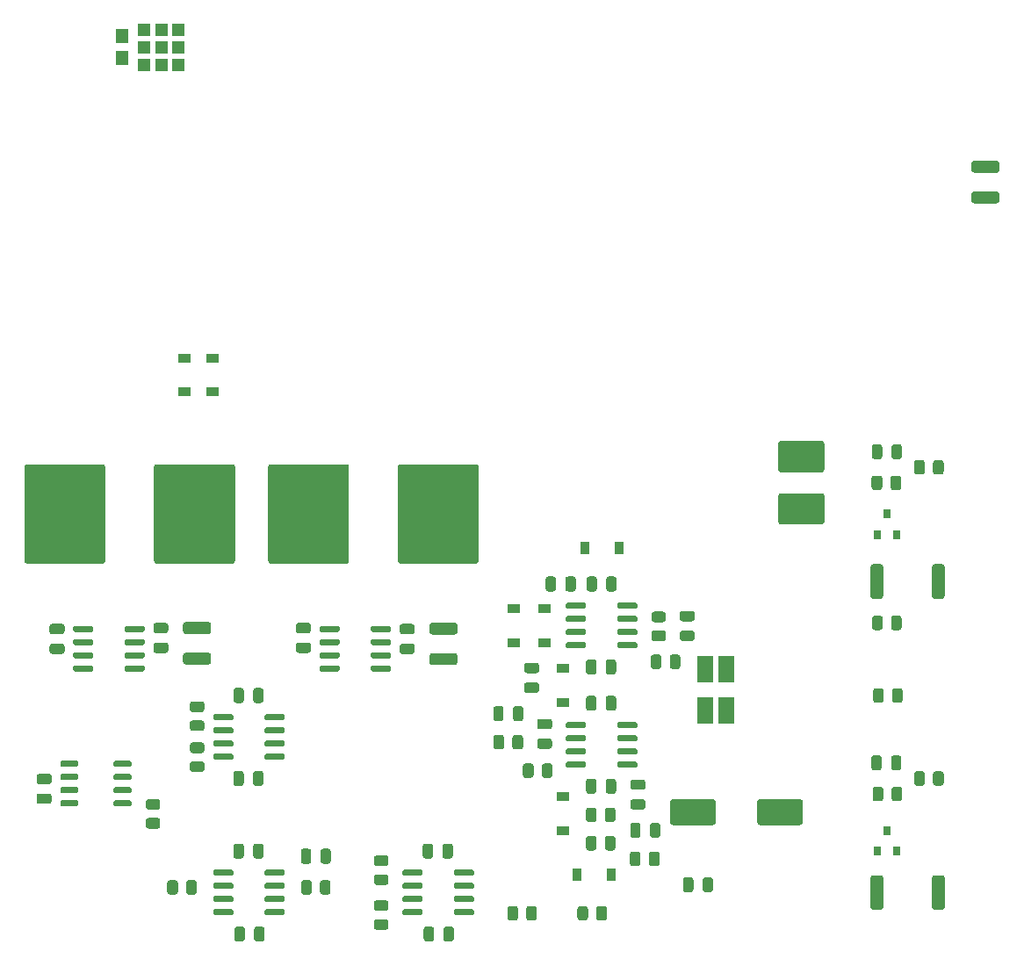
<source format=gbr>
%TF.GenerationSoftware,KiCad,Pcbnew,(5.1.10-1-10_14)*%
%TF.CreationDate,2021-12-23T00:47:36+01:00*%
%TF.ProjectId,NordstroemSupply,4e6f7264-7374-4726-9f65-6d537570706c,rev?*%
%TF.SameCoordinates,Original*%
%TF.FileFunction,Paste,Top*%
%TF.FilePolarity,Positive*%
%FSLAX46Y46*%
G04 Gerber Fmt 4.6, Leading zero omitted, Abs format (unit mm)*
G04 Created by KiCad (PCBNEW (5.1.10-1-10_14)) date 2021-12-23 00:47:36*
%MOMM*%
%LPD*%
G01*
G04 APERTURE LIST*
%ADD10R,1.270000X1.400000*%
%ADD11R,1.200000X1.250000*%
%ADD12R,1.200000X0.900000*%
%ADD13R,0.900000X1.200000*%
%ADD14R,0.800000X0.900000*%
%ADD15R,1.550000X2.550000*%
G04 APERTURE END LIST*
%TO.C,C12*%
G36*
G01*
X3850000Y43949997D02*
X3850000Y53050003D01*
G75*
G02*
X4099997Y53300000I249997J0D01*
G01*
X11400003Y53300000D01*
G75*
G02*
X11650000Y53050003I0J-249997D01*
G01*
X11650000Y43949997D01*
G75*
G02*
X11400003Y43700000I-249997J0D01*
G01*
X4099997Y43700000D01*
G75*
G02*
X3850000Y43949997I0J249997D01*
G01*
G37*
G36*
G01*
X16350000Y43949997D02*
X16350000Y53050003D01*
G75*
G02*
X16599997Y53300000I249997J0D01*
G01*
X23900003Y53300000D01*
G75*
G02*
X24150000Y53050003I0J-249997D01*
G01*
X24150000Y43949997D01*
G75*
G02*
X23900003Y43700000I-249997J0D01*
G01*
X16599997Y43700000D01*
G75*
G02*
X16350000Y43949997I0J249997D01*
G01*
G37*
%TD*%
%TO.C,C23*%
G36*
G01*
X70500000Y20750000D02*
X70500000Y18750000D01*
G75*
G02*
X70250000Y18500000I-250000J0D01*
G01*
X66350000Y18500000D01*
G75*
G02*
X66100000Y18750000I0J250000D01*
G01*
X66100000Y20750000D01*
G75*
G02*
X66350000Y21000000I250000J0D01*
G01*
X70250000Y21000000D01*
G75*
G02*
X70500000Y20750000I0J-250000D01*
G01*
G37*
G36*
G01*
X78900000Y20750000D02*
X78900000Y18750000D01*
G75*
G02*
X78650000Y18500000I-250000J0D01*
G01*
X74750000Y18500000D01*
G75*
G02*
X74500000Y18750000I0J250000D01*
G01*
X74500000Y20750000D01*
G75*
G02*
X74750000Y21000000I250000J0D01*
G01*
X78650000Y21000000D01*
G75*
G02*
X78900000Y20750000I0J-250000D01*
G01*
G37*
%TD*%
%TO.C,C3*%
G36*
G01*
X97600001Y78450000D02*
X95399999Y78450000D01*
G75*
G02*
X95150000Y78699999I0J249999D01*
G01*
X95150000Y79350001D01*
G75*
G02*
X95399999Y79600000I249999J0D01*
G01*
X97600001Y79600000D01*
G75*
G02*
X97850000Y79350001I0J-249999D01*
G01*
X97850000Y78699999D01*
G75*
G02*
X97600001Y78450000I-249999J0D01*
G01*
G37*
G36*
G01*
X97600001Y81400000D02*
X95399999Y81400000D01*
G75*
G02*
X95150000Y81649999I0J249999D01*
G01*
X95150000Y82300001D01*
G75*
G02*
X95399999Y82550000I249999J0D01*
G01*
X97600001Y82550000D01*
G75*
G02*
X97850000Y82300001I0J-249999D01*
G01*
X97850000Y81649999D01*
G75*
G02*
X97600001Y81400000I-249999J0D01*
G01*
G37*
%TD*%
%TO.C,C4*%
G36*
G01*
X39850000Y43949997D02*
X39850000Y53050003D01*
G75*
G02*
X40099997Y53300000I249997J0D01*
G01*
X47400003Y53300000D01*
G75*
G02*
X47650000Y53050003I0J-249997D01*
G01*
X47650000Y43949997D01*
G75*
G02*
X47400003Y43700000I-249997J0D01*
G01*
X40099997Y43700000D01*
G75*
G02*
X39850000Y43949997I0J249997D01*
G01*
G37*
G36*
G01*
X27350000Y43949997D02*
X27350000Y53050003D01*
G75*
G02*
X27599997Y53300000I249997J0D01*
G01*
X34900003Y53300000D01*
G75*
G02*
X35150000Y53050003I0J-249997D01*
G01*
X35150000Y43949997D01*
G75*
G02*
X34900003Y43700000I-249997J0D01*
G01*
X27599997Y43700000D01*
G75*
G02*
X27350000Y43949997I0J249997D01*
G01*
G37*
%TD*%
%TO.C,C5*%
G36*
G01*
X43149999Y38025000D02*
X45350001Y38025000D01*
G75*
G02*
X45600000Y37775001I0J-249999D01*
G01*
X45600000Y37124999D01*
G75*
G02*
X45350001Y36875000I-249999J0D01*
G01*
X43149999Y36875000D01*
G75*
G02*
X42900000Y37124999I0J249999D01*
G01*
X42900000Y37775001D01*
G75*
G02*
X43149999Y38025000I249999J0D01*
G01*
G37*
G36*
G01*
X43149999Y35075000D02*
X45350001Y35075000D01*
G75*
G02*
X45600000Y34825001I0J-249999D01*
G01*
X45600000Y34174999D01*
G75*
G02*
X45350001Y33925000I-249999J0D01*
G01*
X43149999Y33925000D01*
G75*
G02*
X42900000Y34174999I0J249999D01*
G01*
X42900000Y34825001D01*
G75*
G02*
X43149999Y35075000I249999J0D01*
G01*
G37*
%TD*%
%TO.C,C6*%
G36*
G01*
X40275000Y36000000D02*
X41225000Y36000000D01*
G75*
G02*
X41475000Y35750000I0J-250000D01*
G01*
X41475000Y35250000D01*
G75*
G02*
X41225000Y35000000I-250000J0D01*
G01*
X40275000Y35000000D01*
G75*
G02*
X40025000Y35250000I0J250000D01*
G01*
X40025000Y35750000D01*
G75*
G02*
X40275000Y36000000I250000J0D01*
G01*
G37*
G36*
G01*
X40275000Y37900000D02*
X41225000Y37900000D01*
G75*
G02*
X41475000Y37650000I0J-250000D01*
G01*
X41475000Y37150000D01*
G75*
G02*
X41225000Y36900000I-250000J0D01*
G01*
X40275000Y36900000D01*
G75*
G02*
X40025000Y37150000I0J250000D01*
G01*
X40025000Y37650000D01*
G75*
G02*
X40275000Y37900000I250000J0D01*
G01*
G37*
%TD*%
%TO.C,C7*%
G36*
G01*
X30275000Y38000000D02*
X31225000Y38000000D01*
G75*
G02*
X31475000Y37750000I0J-250000D01*
G01*
X31475000Y37250000D01*
G75*
G02*
X31225000Y37000000I-250000J0D01*
G01*
X30275000Y37000000D01*
G75*
G02*
X30025000Y37250000I0J250000D01*
G01*
X30025000Y37750000D01*
G75*
G02*
X30275000Y38000000I250000J0D01*
G01*
G37*
G36*
G01*
X30275000Y36100000D02*
X31225000Y36100000D01*
G75*
G02*
X31475000Y35850000I0J-250000D01*
G01*
X31475000Y35350000D01*
G75*
G02*
X31225000Y35100000I-250000J0D01*
G01*
X30275000Y35100000D01*
G75*
G02*
X30025000Y35350000I0J250000D01*
G01*
X30025000Y35850000D01*
G75*
G02*
X30275000Y36100000I250000J0D01*
G01*
G37*
%TD*%
%TO.C,C8*%
G36*
G01*
X26900000Y31475000D02*
X26900000Y30525000D01*
G75*
G02*
X26650000Y30275000I-250000J0D01*
G01*
X26150000Y30275000D01*
G75*
G02*
X25900000Y30525000I0J250000D01*
G01*
X25900000Y31475000D01*
G75*
G02*
X26150000Y31725000I250000J0D01*
G01*
X26650000Y31725000D01*
G75*
G02*
X26900000Y31475000I0J-250000D01*
G01*
G37*
G36*
G01*
X25000000Y31475000D02*
X25000000Y30525000D01*
G75*
G02*
X24750000Y30275000I-250000J0D01*
G01*
X24250000Y30275000D01*
G75*
G02*
X24000000Y30525000I0J250000D01*
G01*
X24000000Y31475000D01*
G75*
G02*
X24250000Y31725000I250000J0D01*
G01*
X24750000Y31725000D01*
G75*
G02*
X25000000Y31475000I0J-250000D01*
G01*
G37*
%TD*%
%TO.C,C9*%
G36*
G01*
X26900000Y16475000D02*
X26900000Y15525000D01*
G75*
G02*
X26650000Y15275000I-250000J0D01*
G01*
X26150000Y15275000D01*
G75*
G02*
X25900000Y15525000I0J250000D01*
G01*
X25900000Y16475000D01*
G75*
G02*
X26150000Y16725000I250000J0D01*
G01*
X26650000Y16725000D01*
G75*
G02*
X26900000Y16475000I0J-250000D01*
G01*
G37*
G36*
G01*
X25000000Y16475000D02*
X25000000Y15525000D01*
G75*
G02*
X24750000Y15275000I-250000J0D01*
G01*
X24250000Y15275000D01*
G75*
G02*
X24000000Y15525000I0J250000D01*
G01*
X24000000Y16475000D01*
G75*
G02*
X24250000Y16725000I250000J0D01*
G01*
X24750000Y16725000D01*
G75*
G02*
X25000000Y16475000I0J-250000D01*
G01*
G37*
%TD*%
%TO.C,C10*%
G36*
G01*
X60950000Y42225000D02*
X60950000Y41275000D01*
G75*
G02*
X60700000Y41025000I-250000J0D01*
G01*
X60200000Y41025000D01*
G75*
G02*
X59950000Y41275000I0J250000D01*
G01*
X59950000Y42225000D01*
G75*
G02*
X60200000Y42475000I250000J0D01*
G01*
X60700000Y42475000D01*
G75*
G02*
X60950000Y42225000I0J-250000D01*
G01*
G37*
G36*
G01*
X59050000Y42225000D02*
X59050000Y41275000D01*
G75*
G02*
X58800000Y41025000I-250000J0D01*
G01*
X58300000Y41025000D01*
G75*
G02*
X58050000Y41275000I0J250000D01*
G01*
X58050000Y42225000D01*
G75*
G02*
X58300000Y42475000I250000J0D01*
G01*
X58800000Y42475000D01*
G75*
G02*
X59050000Y42225000I0J-250000D01*
G01*
G37*
%TD*%
%TO.C,C11*%
G36*
G01*
X60900000Y30725000D02*
X60900000Y29775000D01*
G75*
G02*
X60650000Y29525000I-250000J0D01*
G01*
X60150000Y29525000D01*
G75*
G02*
X59900000Y29775000I0J250000D01*
G01*
X59900000Y30725000D01*
G75*
G02*
X60150000Y30975000I250000J0D01*
G01*
X60650000Y30975000D01*
G75*
G02*
X60900000Y30725000I0J-250000D01*
G01*
G37*
G36*
G01*
X59000000Y30725000D02*
X59000000Y29775000D01*
G75*
G02*
X58750000Y29525000I-250000J0D01*
G01*
X58250000Y29525000D01*
G75*
G02*
X58000000Y29775000I0J250000D01*
G01*
X58000000Y30725000D01*
G75*
G02*
X58250000Y30975000I250000J0D01*
G01*
X58750000Y30975000D01*
G75*
G02*
X59000000Y30725000I0J-250000D01*
G01*
G37*
%TD*%
%TO.C,C13*%
G36*
G01*
X21600001Y36925000D02*
X19399999Y36925000D01*
G75*
G02*
X19150000Y37174999I0J249999D01*
G01*
X19150000Y37825001D01*
G75*
G02*
X19399999Y38075000I249999J0D01*
G01*
X21600001Y38075000D01*
G75*
G02*
X21850000Y37825001I0J-249999D01*
G01*
X21850000Y37174999D01*
G75*
G02*
X21600001Y36925000I-249999J0D01*
G01*
G37*
G36*
G01*
X21600001Y33975000D02*
X19399999Y33975000D01*
G75*
G02*
X19150000Y34224999I0J249999D01*
G01*
X19150000Y34875001D01*
G75*
G02*
X19399999Y35125000I249999J0D01*
G01*
X21600001Y35125000D01*
G75*
G02*
X21850000Y34875001I0J-249999D01*
G01*
X21850000Y34224999D01*
G75*
G02*
X21600001Y33975000I-249999J0D01*
G01*
G37*
%TD*%
%TO.C,C14*%
G36*
G01*
X17475000Y35100000D02*
X16525000Y35100000D01*
G75*
G02*
X16275000Y35350000I0J250000D01*
G01*
X16275000Y35850000D01*
G75*
G02*
X16525000Y36100000I250000J0D01*
G01*
X17475000Y36100000D01*
G75*
G02*
X17725000Y35850000I0J-250000D01*
G01*
X17725000Y35350000D01*
G75*
G02*
X17475000Y35100000I-250000J0D01*
G01*
G37*
G36*
G01*
X17475000Y37000000D02*
X16525000Y37000000D01*
G75*
G02*
X16275000Y37250000I0J250000D01*
G01*
X16275000Y37750000D01*
G75*
G02*
X16525000Y38000000I250000J0D01*
G01*
X17475000Y38000000D01*
G75*
G02*
X17725000Y37750000I0J-250000D01*
G01*
X17725000Y37250000D01*
G75*
G02*
X17475000Y37000000I-250000J0D01*
G01*
G37*
%TD*%
%TO.C,C15*%
G36*
G01*
X7475000Y36900000D02*
X6525000Y36900000D01*
G75*
G02*
X6275000Y37150000I0J250000D01*
G01*
X6275000Y37650000D01*
G75*
G02*
X6525000Y37900000I250000J0D01*
G01*
X7475000Y37900000D01*
G75*
G02*
X7725000Y37650000I0J-250000D01*
G01*
X7725000Y37150000D01*
G75*
G02*
X7475000Y36900000I-250000J0D01*
G01*
G37*
G36*
G01*
X7475000Y35000000D02*
X6525000Y35000000D01*
G75*
G02*
X6275000Y35250000I0J250000D01*
G01*
X6275000Y35750000D01*
G75*
G02*
X6525000Y36000000I250000J0D01*
G01*
X7475000Y36000000D01*
G75*
G02*
X7725000Y35750000I0J-250000D01*
G01*
X7725000Y35250000D01*
G75*
G02*
X7475000Y35000000I-250000J0D01*
G01*
G37*
%TD*%
%TO.C,C16*%
G36*
G01*
X25000000Y23475000D02*
X25000000Y22525000D01*
G75*
G02*
X24750000Y22275000I-250000J0D01*
G01*
X24250000Y22275000D01*
G75*
G02*
X24000000Y22525000I0J250000D01*
G01*
X24000000Y23475000D01*
G75*
G02*
X24250000Y23725000I250000J0D01*
G01*
X24750000Y23725000D01*
G75*
G02*
X25000000Y23475000I0J-250000D01*
G01*
G37*
G36*
G01*
X26900000Y23475000D02*
X26900000Y22525000D01*
G75*
G02*
X26650000Y22275000I-250000J0D01*
G01*
X26150000Y22275000D01*
G75*
G02*
X25900000Y22525000I0J250000D01*
G01*
X25900000Y23475000D01*
G75*
G02*
X26150000Y23725000I250000J0D01*
G01*
X26650000Y23725000D01*
G75*
G02*
X26900000Y23475000I0J-250000D01*
G01*
G37*
%TD*%
%TO.C,C17*%
G36*
G01*
X25100000Y8475000D02*
X25100000Y7525000D01*
G75*
G02*
X24850000Y7275000I-250000J0D01*
G01*
X24350000Y7275000D01*
G75*
G02*
X24100000Y7525000I0J250000D01*
G01*
X24100000Y8475000D01*
G75*
G02*
X24350000Y8725000I250000J0D01*
G01*
X24850000Y8725000D01*
G75*
G02*
X25100000Y8475000I0J-250000D01*
G01*
G37*
G36*
G01*
X27000000Y8475000D02*
X27000000Y7525000D01*
G75*
G02*
X26750000Y7275000I-250000J0D01*
G01*
X26250000Y7275000D01*
G75*
G02*
X26000000Y7525000I0J250000D01*
G01*
X26000000Y8475000D01*
G75*
G02*
X26250000Y8725000I250000J0D01*
G01*
X26750000Y8725000D01*
G75*
G02*
X27000000Y8475000I0J-250000D01*
G01*
G37*
%TD*%
%TO.C,C18*%
G36*
G01*
X59000000Y34225000D02*
X59000000Y33275000D01*
G75*
G02*
X58750000Y33025000I-250000J0D01*
G01*
X58250000Y33025000D01*
G75*
G02*
X58000000Y33275000I0J250000D01*
G01*
X58000000Y34225000D01*
G75*
G02*
X58250000Y34475000I250000J0D01*
G01*
X58750000Y34475000D01*
G75*
G02*
X59000000Y34225000I0J-250000D01*
G01*
G37*
G36*
G01*
X60900000Y34225000D02*
X60900000Y33275000D01*
G75*
G02*
X60650000Y33025000I-250000J0D01*
G01*
X60150000Y33025000D01*
G75*
G02*
X59900000Y33275000I0J250000D01*
G01*
X59900000Y34225000D01*
G75*
G02*
X60150000Y34475000I250000J0D01*
G01*
X60650000Y34475000D01*
G75*
G02*
X60900000Y34225000I0J-250000D01*
G01*
G37*
%TD*%
%TO.C,C19*%
G36*
G01*
X59000000Y22725000D02*
X59000000Y21775000D01*
G75*
G02*
X58750000Y21525000I-250000J0D01*
G01*
X58250000Y21525000D01*
G75*
G02*
X58000000Y21775000I0J250000D01*
G01*
X58000000Y22725000D01*
G75*
G02*
X58250000Y22975000I250000J0D01*
G01*
X58750000Y22975000D01*
G75*
G02*
X59000000Y22725000I0J-250000D01*
G01*
G37*
G36*
G01*
X60900000Y22725000D02*
X60900000Y21775000D01*
G75*
G02*
X60650000Y21525000I-250000J0D01*
G01*
X60150000Y21525000D01*
G75*
G02*
X59900000Y21775000I0J250000D01*
G01*
X59900000Y22725000D01*
G75*
G02*
X60150000Y22975000I250000J0D01*
G01*
X60650000Y22975000D01*
G75*
G02*
X60900000Y22725000I0J-250000D01*
G01*
G37*
%TD*%
%TO.C,C20*%
G36*
G01*
X68225000Y38150000D02*
X67275000Y38150000D01*
G75*
G02*
X67025000Y38400000I0J250000D01*
G01*
X67025000Y38900000D01*
G75*
G02*
X67275000Y39150000I250000J0D01*
G01*
X68225000Y39150000D01*
G75*
G02*
X68475000Y38900000I0J-250000D01*
G01*
X68475000Y38400000D01*
G75*
G02*
X68225000Y38150000I-250000J0D01*
G01*
G37*
G36*
G01*
X68225000Y36250000D02*
X67275000Y36250000D01*
G75*
G02*
X67025000Y36500000I0J250000D01*
G01*
X67025000Y37000000D01*
G75*
G02*
X67275000Y37250000I250000J0D01*
G01*
X68225000Y37250000D01*
G75*
G02*
X68475000Y37000000I0J-250000D01*
G01*
X68475000Y36500000D01*
G75*
G02*
X68225000Y36250000I-250000J0D01*
G01*
G37*
%TD*%
%TO.C,C21*%
G36*
G01*
X88450000Y54975000D02*
X88450000Y54025000D01*
G75*
G02*
X88200000Y53775000I-250000J0D01*
G01*
X87700000Y53775000D01*
G75*
G02*
X87450000Y54025000I0J250000D01*
G01*
X87450000Y54975000D01*
G75*
G02*
X87700000Y55225000I250000J0D01*
G01*
X88200000Y55225000D01*
G75*
G02*
X88450000Y54975000I0J-250000D01*
G01*
G37*
G36*
G01*
X86550000Y54975000D02*
X86550000Y54025000D01*
G75*
G02*
X86300000Y53775000I-250000J0D01*
G01*
X85800000Y53775000D01*
G75*
G02*
X85550000Y54025000I0J250000D01*
G01*
X85550000Y54975000D01*
G75*
G02*
X85800000Y55225000I250000J0D01*
G01*
X86300000Y55225000D01*
G75*
G02*
X86550000Y54975000I0J-250000D01*
G01*
G37*
%TD*%
%TO.C,C22*%
G36*
G01*
X54100000Y41275000D02*
X54100000Y42225000D01*
G75*
G02*
X54350000Y42475000I250000J0D01*
G01*
X54850000Y42475000D01*
G75*
G02*
X55100000Y42225000I0J-250000D01*
G01*
X55100000Y41275000D01*
G75*
G02*
X54850000Y41025000I-250000J0D01*
G01*
X54350000Y41025000D01*
G75*
G02*
X54100000Y41275000I0J250000D01*
G01*
G37*
G36*
G01*
X56000000Y41275000D02*
X56000000Y42225000D01*
G75*
G02*
X56250000Y42475000I250000J0D01*
G01*
X56750000Y42475000D01*
G75*
G02*
X57000000Y42225000I0J-250000D01*
G01*
X57000000Y41275000D01*
G75*
G02*
X56750000Y41025000I-250000J0D01*
G01*
X56250000Y41025000D01*
G75*
G02*
X56000000Y41275000I0J250000D01*
G01*
G37*
%TD*%
%TO.C,C24*%
G36*
G01*
X70250000Y13225000D02*
X70250000Y12275000D01*
G75*
G02*
X70000000Y12025000I-250000J0D01*
G01*
X69500000Y12025000D01*
G75*
G02*
X69250000Y12275000I0J250000D01*
G01*
X69250000Y13225000D01*
G75*
G02*
X69500000Y13475000I250000J0D01*
G01*
X70000000Y13475000D01*
G75*
G02*
X70250000Y13225000I0J-250000D01*
G01*
G37*
G36*
G01*
X68350000Y13225000D02*
X68350000Y12275000D01*
G75*
G02*
X68100000Y12025000I-250000J0D01*
G01*
X67600000Y12025000D01*
G75*
G02*
X67350000Y12275000I0J250000D01*
G01*
X67350000Y13225000D01*
G75*
G02*
X67600000Y13475000I250000J0D01*
G01*
X68100000Y13475000D01*
G75*
G02*
X68350000Y13225000I0J-250000D01*
G01*
G37*
%TD*%
%TO.C,C25*%
G36*
G01*
X86500000Y24975000D02*
X86500000Y24025000D01*
G75*
G02*
X86250000Y23775000I-250000J0D01*
G01*
X85750000Y23775000D01*
G75*
G02*
X85500000Y24025000I0J250000D01*
G01*
X85500000Y24975000D01*
G75*
G02*
X85750000Y25225000I250000J0D01*
G01*
X86250000Y25225000D01*
G75*
G02*
X86500000Y24975000I0J-250000D01*
G01*
G37*
G36*
G01*
X88400000Y24975000D02*
X88400000Y24025000D01*
G75*
G02*
X88150000Y23775000I-250000J0D01*
G01*
X87650000Y23775000D01*
G75*
G02*
X87400000Y24025000I0J250000D01*
G01*
X87400000Y24975000D01*
G75*
G02*
X87650000Y25225000I250000J0D01*
G01*
X88150000Y25225000D01*
G75*
G02*
X88400000Y24975000I0J-250000D01*
G01*
G37*
%TD*%
%TO.C,C26*%
G36*
G01*
X49050000Y28775000D02*
X49050000Y29725000D01*
G75*
G02*
X49300000Y29975000I250000J0D01*
G01*
X49800000Y29975000D01*
G75*
G02*
X50050000Y29725000I0J-250000D01*
G01*
X50050000Y28775000D01*
G75*
G02*
X49800000Y28525000I-250000J0D01*
G01*
X49300000Y28525000D01*
G75*
G02*
X49050000Y28775000I0J250000D01*
G01*
G37*
G36*
G01*
X50950000Y28775000D02*
X50950000Y29725000D01*
G75*
G02*
X51200000Y29975000I250000J0D01*
G01*
X51700000Y29975000D01*
G75*
G02*
X51950000Y29725000I0J-250000D01*
G01*
X51950000Y28775000D01*
G75*
G02*
X51700000Y28525000I-250000J0D01*
G01*
X51200000Y28525000D01*
G75*
G02*
X50950000Y28775000I0J250000D01*
G01*
G37*
%TD*%
%TO.C,C27*%
G36*
G01*
X54475000Y27750000D02*
X53525000Y27750000D01*
G75*
G02*
X53275000Y28000000I0J250000D01*
G01*
X53275000Y28500000D01*
G75*
G02*
X53525000Y28750000I250000J0D01*
G01*
X54475000Y28750000D01*
G75*
G02*
X54725000Y28500000I0J-250000D01*
G01*
X54725000Y28000000D01*
G75*
G02*
X54475000Y27750000I-250000J0D01*
G01*
G37*
G36*
G01*
X54475000Y25850000D02*
X53525000Y25850000D01*
G75*
G02*
X53275000Y26100000I0J250000D01*
G01*
X53275000Y26600000D01*
G75*
G02*
X53525000Y26850000I250000J0D01*
G01*
X54475000Y26850000D01*
G75*
G02*
X54725000Y26600000I0J-250000D01*
G01*
X54725000Y26100000D01*
G75*
G02*
X54475000Y25850000I-250000J0D01*
G01*
G37*
%TD*%
%TO.C,C28*%
G36*
G01*
X62525000Y21000000D02*
X63475000Y21000000D01*
G75*
G02*
X63725000Y20750000I0J-250000D01*
G01*
X63725000Y20250000D01*
G75*
G02*
X63475000Y20000000I-250000J0D01*
G01*
X62525000Y20000000D01*
G75*
G02*
X62275000Y20250000I0J250000D01*
G01*
X62275000Y20750000D01*
G75*
G02*
X62525000Y21000000I250000J0D01*
G01*
G37*
G36*
G01*
X62525000Y22900000D02*
X63475000Y22900000D01*
G75*
G02*
X63725000Y22650000I0J-250000D01*
G01*
X63725000Y22150000D01*
G75*
G02*
X63475000Y21900000I-250000J0D01*
G01*
X62525000Y21900000D01*
G75*
G02*
X62275000Y22150000I0J250000D01*
G01*
X62275000Y22650000D01*
G75*
G02*
X62525000Y22900000I250000J0D01*
G01*
G37*
%TD*%
%TO.C,C29*%
G36*
G01*
X53225000Y31250000D02*
X52275000Y31250000D01*
G75*
G02*
X52025000Y31500000I0J250000D01*
G01*
X52025000Y32000000D01*
G75*
G02*
X52275000Y32250000I250000J0D01*
G01*
X53225000Y32250000D01*
G75*
G02*
X53475000Y32000000I0J-250000D01*
G01*
X53475000Y31500000D01*
G75*
G02*
X53225000Y31250000I-250000J0D01*
G01*
G37*
G36*
G01*
X53225000Y33150000D02*
X52275000Y33150000D01*
G75*
G02*
X52025000Y33400000I0J250000D01*
G01*
X52025000Y33900000D01*
G75*
G02*
X52275000Y34150000I250000J0D01*
G01*
X53225000Y34150000D01*
G75*
G02*
X53475000Y33900000I0J-250000D01*
G01*
X53475000Y33400000D01*
G75*
G02*
X53225000Y33150000I-250000J0D01*
G01*
G37*
%TD*%
%TO.C,C30*%
G36*
G01*
X64150000Y17525000D02*
X64150000Y18475000D01*
G75*
G02*
X64400000Y18725000I250000J0D01*
G01*
X64900000Y18725000D01*
G75*
G02*
X65150000Y18475000I0J-250000D01*
G01*
X65150000Y17525000D01*
G75*
G02*
X64900000Y17275000I-250000J0D01*
G01*
X64400000Y17275000D01*
G75*
G02*
X64150000Y17525000I0J250000D01*
G01*
G37*
G36*
G01*
X62250000Y17525000D02*
X62250000Y18475000D01*
G75*
G02*
X62500000Y18725000I250000J0D01*
G01*
X63000000Y18725000D01*
G75*
G02*
X63250000Y18475000I0J-250000D01*
G01*
X63250000Y17525000D01*
G75*
G02*
X63000000Y17275000I-250000J0D01*
G01*
X62500000Y17275000D01*
G75*
G02*
X62250000Y17525000I0J250000D01*
G01*
G37*
%TD*%
%TO.C,C31*%
G36*
G01*
X43250000Y16475000D02*
X43250000Y15525000D01*
G75*
G02*
X43000000Y15275000I-250000J0D01*
G01*
X42500000Y15275000D01*
G75*
G02*
X42250000Y15525000I0J250000D01*
G01*
X42250000Y16475000D01*
G75*
G02*
X42500000Y16725000I250000J0D01*
G01*
X43000000Y16725000D01*
G75*
G02*
X43250000Y16475000I0J-250000D01*
G01*
G37*
G36*
G01*
X45150000Y16475000D02*
X45150000Y15525000D01*
G75*
G02*
X44900000Y15275000I-250000J0D01*
G01*
X44400000Y15275000D01*
G75*
G02*
X44150000Y15525000I0J250000D01*
G01*
X44150000Y16475000D01*
G75*
G02*
X44400000Y16725000I250000J0D01*
G01*
X44900000Y16725000D01*
G75*
G02*
X45150000Y16475000I0J-250000D01*
G01*
G37*
%TD*%
%TO.C,C32*%
G36*
G01*
X43350000Y8475000D02*
X43350000Y7525000D01*
G75*
G02*
X43100000Y7275000I-250000J0D01*
G01*
X42600000Y7275000D01*
G75*
G02*
X42350000Y7525000I0J250000D01*
G01*
X42350000Y8475000D01*
G75*
G02*
X42600000Y8725000I250000J0D01*
G01*
X43100000Y8725000D01*
G75*
G02*
X43350000Y8475000I0J-250000D01*
G01*
G37*
G36*
G01*
X45250000Y8475000D02*
X45250000Y7525000D01*
G75*
G02*
X45000000Y7275000I-250000J0D01*
G01*
X44500000Y7275000D01*
G75*
G02*
X44250000Y7525000I0J250000D01*
G01*
X44250000Y8475000D01*
G75*
G02*
X44500000Y8725000I250000J0D01*
G01*
X45000000Y8725000D01*
G75*
G02*
X45250000Y8475000I0J-250000D01*
G01*
G37*
%TD*%
%TO.C,C33*%
G36*
G01*
X5275000Y23450000D02*
X6225000Y23450000D01*
G75*
G02*
X6475000Y23200000I0J-250000D01*
G01*
X6475000Y22700000D01*
G75*
G02*
X6225000Y22450000I-250000J0D01*
G01*
X5275000Y22450000D01*
G75*
G02*
X5025000Y22700000I0J250000D01*
G01*
X5025000Y23200000D01*
G75*
G02*
X5275000Y23450000I250000J0D01*
G01*
G37*
G36*
G01*
X5275000Y21550000D02*
X6225000Y21550000D01*
G75*
G02*
X6475000Y21300000I0J-250000D01*
G01*
X6475000Y20800000D01*
G75*
G02*
X6225000Y20550000I-250000J0D01*
G01*
X5275000Y20550000D01*
G75*
G02*
X5025000Y20800000I0J250000D01*
G01*
X5025000Y21300000D01*
G75*
G02*
X5275000Y21550000I250000J0D01*
G01*
G37*
%TD*%
D10*
%TO.C,D1*%
X13235000Y92460000D03*
X13235000Y94540000D03*
D11*
X15350000Y91800000D03*
X15350000Y93500000D03*
X15350000Y95200000D03*
X17040000Y91800000D03*
X17040000Y93500000D03*
X17040000Y95200000D03*
X18700000Y93500000D03*
X18700000Y91800000D03*
X18700000Y95200000D03*
%TD*%
D12*
%TO.C,D2*%
X22000000Y63550000D03*
X22000000Y60250000D03*
%TD*%
%TO.C,D3*%
X19250000Y60250000D03*
X19250000Y63550000D03*
%TD*%
D13*
%TO.C,D4*%
X57850000Y45250000D03*
X61150000Y45250000D03*
%TD*%
D12*
%TO.C,D5*%
X54000000Y36100000D03*
X54000000Y39400000D03*
%TD*%
%TO.C,D6*%
X51000000Y36100000D03*
X51000000Y39400000D03*
%TD*%
%TO.C,D9*%
X55750000Y33650000D03*
X55750000Y30350000D03*
%TD*%
%TO.C,D10*%
X55750000Y17950000D03*
X55750000Y21250000D03*
%TD*%
D13*
%TO.C,D11*%
X57100000Y13750000D03*
X60400000Y13750000D03*
%TD*%
D14*
%TO.C,Q2*%
X87000000Y48500000D03*
X87950000Y46500000D03*
X86050000Y46500000D03*
%TD*%
%TO.C,Q4*%
X86050000Y16000000D03*
X87950000Y16000000D03*
X87000000Y18000000D03*
%TD*%
%TO.C,R3*%
G36*
G01*
X15799999Y21012500D02*
X16700001Y21012500D01*
G75*
G02*
X16950000Y20762501I0J-249999D01*
G01*
X16950000Y20237499D01*
G75*
G02*
X16700001Y19987500I-249999J0D01*
G01*
X15799999Y19987500D01*
G75*
G02*
X15550000Y20237499I0J249999D01*
G01*
X15550000Y20762501D01*
G75*
G02*
X15799999Y21012500I249999J0D01*
G01*
G37*
G36*
G01*
X15799999Y19187500D02*
X16700001Y19187500D01*
G75*
G02*
X16950000Y18937501I0J-249999D01*
G01*
X16950000Y18412499D01*
G75*
G02*
X16700001Y18162500I-249999J0D01*
G01*
X15799999Y18162500D01*
G75*
G02*
X15550000Y18412499I0J249999D01*
G01*
X15550000Y18937501D01*
G75*
G02*
X15799999Y19187500I249999J0D01*
G01*
G37*
%TD*%
%TO.C,R6*%
G36*
G01*
X92575000Y43425000D02*
X92575000Y40575000D01*
G75*
G02*
X92325000Y40325000I-250000J0D01*
G01*
X91600000Y40325000D01*
G75*
G02*
X91350000Y40575000I0J250000D01*
G01*
X91350000Y43425000D01*
G75*
G02*
X91600000Y43675000I250000J0D01*
G01*
X92325000Y43675000D01*
G75*
G02*
X92575000Y43425000I0J-250000D01*
G01*
G37*
G36*
G01*
X86650000Y43425000D02*
X86650000Y40575000D01*
G75*
G02*
X86400000Y40325000I-250000J0D01*
G01*
X85675000Y40325000D01*
G75*
G02*
X85425000Y40575000I0J250000D01*
G01*
X85425000Y43425000D01*
G75*
G02*
X85675000Y43675000I250000J0D01*
G01*
X86400000Y43675000D01*
G75*
G02*
X86650000Y43425000I0J-250000D01*
G01*
G37*
%TD*%
D15*
%TO.C,R11*%
X71500000Y33500000D03*
X69450000Y33500000D03*
X69450000Y29550000D03*
X71500000Y29550000D03*
%TD*%
%TO.C,R12*%
G36*
G01*
X33400000Y15975000D02*
X33400000Y15025000D01*
G75*
G02*
X33150000Y14775000I-250000J0D01*
G01*
X32650000Y14775000D01*
G75*
G02*
X32400000Y15025000I0J250000D01*
G01*
X32400000Y15975000D01*
G75*
G02*
X32650000Y16225000I250000J0D01*
G01*
X33150000Y16225000D01*
G75*
G02*
X33400000Y15975000I0J-250000D01*
G01*
G37*
G36*
G01*
X31500000Y15975000D02*
X31500000Y15025000D01*
G75*
G02*
X31250000Y14775000I-250000J0D01*
G01*
X30750000Y14775000D01*
G75*
G02*
X30500000Y15025000I0J250000D01*
G01*
X30500000Y15975000D01*
G75*
G02*
X30750000Y16225000I250000J0D01*
G01*
X31250000Y16225000D01*
G75*
G02*
X31500000Y15975000I0J-250000D01*
G01*
G37*
%TD*%
%TO.C,R13*%
G36*
G01*
X86650000Y13425000D02*
X86650000Y10575000D01*
G75*
G02*
X86400000Y10325000I-250000J0D01*
G01*
X85675000Y10325000D01*
G75*
G02*
X85425000Y10575000I0J250000D01*
G01*
X85425000Y13425000D01*
G75*
G02*
X85675000Y13675000I250000J0D01*
G01*
X86400000Y13675000D01*
G75*
G02*
X86650000Y13425000I0J-250000D01*
G01*
G37*
G36*
G01*
X92575000Y13425000D02*
X92575000Y10575000D01*
G75*
G02*
X92325000Y10325000I-250000J0D01*
G01*
X91600000Y10325000D01*
G75*
G02*
X91350000Y10575000I0J250000D01*
G01*
X91350000Y13425000D01*
G75*
G02*
X91600000Y13675000I250000J0D01*
G01*
X92325000Y13675000D01*
G75*
G02*
X92575000Y13425000I0J-250000D01*
G01*
G37*
%TD*%
%TO.C,R14*%
G36*
G01*
X80724999Y47487500D02*
X76775001Y47487500D01*
G75*
G02*
X76525000Y47737501I0J250001D01*
G01*
X76525000Y50262499D01*
G75*
G02*
X76775001Y50512500I250001J0D01*
G01*
X80724999Y50512500D01*
G75*
G02*
X80975000Y50262499I0J-250001D01*
G01*
X80975000Y47737501D01*
G75*
G02*
X80724999Y47487500I-250001J0D01*
G01*
G37*
G36*
G01*
X80724999Y52512500D02*
X76775001Y52512500D01*
G75*
G02*
X76525000Y52762501I0J250001D01*
G01*
X76525000Y55287499D01*
G75*
G02*
X76775001Y55537500I250001J0D01*
G01*
X80724999Y55537500D01*
G75*
G02*
X80975000Y55287499I0J-250001D01*
G01*
X80975000Y52762501D01*
G75*
G02*
X80724999Y52512500I-250001J0D01*
G01*
G37*
%TD*%
%TO.C,U1*%
G36*
G01*
X7300000Y24255000D02*
X7300000Y24555000D01*
G75*
G02*
X7450000Y24705000I150000J0D01*
G01*
X8900000Y24705000D01*
G75*
G02*
X9050000Y24555000I0J-150000D01*
G01*
X9050000Y24255000D01*
G75*
G02*
X8900000Y24105000I-150000J0D01*
G01*
X7450000Y24105000D01*
G75*
G02*
X7300000Y24255000I0J150000D01*
G01*
G37*
G36*
G01*
X7300000Y22985000D02*
X7300000Y23285000D01*
G75*
G02*
X7450000Y23435000I150000J0D01*
G01*
X8900000Y23435000D01*
G75*
G02*
X9050000Y23285000I0J-150000D01*
G01*
X9050000Y22985000D01*
G75*
G02*
X8900000Y22835000I-150000J0D01*
G01*
X7450000Y22835000D01*
G75*
G02*
X7300000Y22985000I0J150000D01*
G01*
G37*
G36*
G01*
X7300000Y21715000D02*
X7300000Y22015000D01*
G75*
G02*
X7450000Y22165000I150000J0D01*
G01*
X8900000Y22165000D01*
G75*
G02*
X9050000Y22015000I0J-150000D01*
G01*
X9050000Y21715000D01*
G75*
G02*
X8900000Y21565000I-150000J0D01*
G01*
X7450000Y21565000D01*
G75*
G02*
X7300000Y21715000I0J150000D01*
G01*
G37*
G36*
G01*
X7300000Y20445000D02*
X7300000Y20745000D01*
G75*
G02*
X7450000Y20895000I150000J0D01*
G01*
X8900000Y20895000D01*
G75*
G02*
X9050000Y20745000I0J-150000D01*
G01*
X9050000Y20445000D01*
G75*
G02*
X8900000Y20295000I-150000J0D01*
G01*
X7450000Y20295000D01*
G75*
G02*
X7300000Y20445000I0J150000D01*
G01*
G37*
G36*
G01*
X12450000Y20445000D02*
X12450000Y20745000D01*
G75*
G02*
X12600000Y20895000I150000J0D01*
G01*
X14050000Y20895000D01*
G75*
G02*
X14200000Y20745000I0J-150000D01*
G01*
X14200000Y20445000D01*
G75*
G02*
X14050000Y20295000I-150000J0D01*
G01*
X12600000Y20295000D01*
G75*
G02*
X12450000Y20445000I0J150000D01*
G01*
G37*
G36*
G01*
X12450000Y21715000D02*
X12450000Y22015000D01*
G75*
G02*
X12600000Y22165000I150000J0D01*
G01*
X14050000Y22165000D01*
G75*
G02*
X14200000Y22015000I0J-150000D01*
G01*
X14200000Y21715000D01*
G75*
G02*
X14050000Y21565000I-150000J0D01*
G01*
X12600000Y21565000D01*
G75*
G02*
X12450000Y21715000I0J150000D01*
G01*
G37*
G36*
G01*
X12450000Y22985000D02*
X12450000Y23285000D01*
G75*
G02*
X12600000Y23435000I150000J0D01*
G01*
X14050000Y23435000D01*
G75*
G02*
X14200000Y23285000I0J-150000D01*
G01*
X14200000Y22985000D01*
G75*
G02*
X14050000Y22835000I-150000J0D01*
G01*
X12600000Y22835000D01*
G75*
G02*
X12450000Y22985000I0J150000D01*
G01*
G37*
G36*
G01*
X12450000Y24255000D02*
X12450000Y24555000D01*
G75*
G02*
X12600000Y24705000I150000J0D01*
G01*
X14050000Y24705000D01*
G75*
G02*
X14200000Y24555000I0J-150000D01*
G01*
X14200000Y24255000D01*
G75*
G02*
X14050000Y24105000I-150000J0D01*
G01*
X12600000Y24105000D01*
G75*
G02*
X12450000Y24255000I0J150000D01*
G01*
G37*
%TD*%
%TO.C,U2*%
G36*
G01*
X27000000Y28755000D02*
X27000000Y29055000D01*
G75*
G02*
X27150000Y29205000I150000J0D01*
G01*
X28800000Y29205000D01*
G75*
G02*
X28950000Y29055000I0J-150000D01*
G01*
X28950000Y28755000D01*
G75*
G02*
X28800000Y28605000I-150000J0D01*
G01*
X27150000Y28605000D01*
G75*
G02*
X27000000Y28755000I0J150000D01*
G01*
G37*
G36*
G01*
X27000000Y27485000D02*
X27000000Y27785000D01*
G75*
G02*
X27150000Y27935000I150000J0D01*
G01*
X28800000Y27935000D01*
G75*
G02*
X28950000Y27785000I0J-150000D01*
G01*
X28950000Y27485000D01*
G75*
G02*
X28800000Y27335000I-150000J0D01*
G01*
X27150000Y27335000D01*
G75*
G02*
X27000000Y27485000I0J150000D01*
G01*
G37*
G36*
G01*
X27000000Y26215000D02*
X27000000Y26515000D01*
G75*
G02*
X27150000Y26665000I150000J0D01*
G01*
X28800000Y26665000D01*
G75*
G02*
X28950000Y26515000I0J-150000D01*
G01*
X28950000Y26215000D01*
G75*
G02*
X28800000Y26065000I-150000J0D01*
G01*
X27150000Y26065000D01*
G75*
G02*
X27000000Y26215000I0J150000D01*
G01*
G37*
G36*
G01*
X27000000Y24945000D02*
X27000000Y25245000D01*
G75*
G02*
X27150000Y25395000I150000J0D01*
G01*
X28800000Y25395000D01*
G75*
G02*
X28950000Y25245000I0J-150000D01*
G01*
X28950000Y24945000D01*
G75*
G02*
X28800000Y24795000I-150000J0D01*
G01*
X27150000Y24795000D01*
G75*
G02*
X27000000Y24945000I0J150000D01*
G01*
G37*
G36*
G01*
X22050000Y24945000D02*
X22050000Y25245000D01*
G75*
G02*
X22200000Y25395000I150000J0D01*
G01*
X23850000Y25395000D01*
G75*
G02*
X24000000Y25245000I0J-150000D01*
G01*
X24000000Y24945000D01*
G75*
G02*
X23850000Y24795000I-150000J0D01*
G01*
X22200000Y24795000D01*
G75*
G02*
X22050000Y24945000I0J150000D01*
G01*
G37*
G36*
G01*
X22050000Y26215000D02*
X22050000Y26515000D01*
G75*
G02*
X22200000Y26665000I150000J0D01*
G01*
X23850000Y26665000D01*
G75*
G02*
X24000000Y26515000I0J-150000D01*
G01*
X24000000Y26215000D01*
G75*
G02*
X23850000Y26065000I-150000J0D01*
G01*
X22200000Y26065000D01*
G75*
G02*
X22050000Y26215000I0J150000D01*
G01*
G37*
G36*
G01*
X22050000Y27485000D02*
X22050000Y27785000D01*
G75*
G02*
X22200000Y27935000I150000J0D01*
G01*
X23850000Y27935000D01*
G75*
G02*
X24000000Y27785000I0J-150000D01*
G01*
X24000000Y27485000D01*
G75*
G02*
X23850000Y27335000I-150000J0D01*
G01*
X22200000Y27335000D01*
G75*
G02*
X22050000Y27485000I0J150000D01*
G01*
G37*
G36*
G01*
X22050000Y28755000D02*
X22050000Y29055000D01*
G75*
G02*
X22200000Y29205000I150000J0D01*
G01*
X23850000Y29205000D01*
G75*
G02*
X24000000Y29055000I0J-150000D01*
G01*
X24000000Y28755000D01*
G75*
G02*
X23850000Y28605000I-150000J0D01*
G01*
X22200000Y28605000D01*
G75*
G02*
X22050000Y28755000I0J150000D01*
G01*
G37*
%TD*%
%TO.C,U3*%
G36*
G01*
X32300000Y37255000D02*
X32300000Y37555000D01*
G75*
G02*
X32450000Y37705000I150000J0D01*
G01*
X34100000Y37705000D01*
G75*
G02*
X34250000Y37555000I0J-150000D01*
G01*
X34250000Y37255000D01*
G75*
G02*
X34100000Y37105000I-150000J0D01*
G01*
X32450000Y37105000D01*
G75*
G02*
X32300000Y37255000I0J150000D01*
G01*
G37*
G36*
G01*
X32300000Y35985000D02*
X32300000Y36285000D01*
G75*
G02*
X32450000Y36435000I150000J0D01*
G01*
X34100000Y36435000D01*
G75*
G02*
X34250000Y36285000I0J-150000D01*
G01*
X34250000Y35985000D01*
G75*
G02*
X34100000Y35835000I-150000J0D01*
G01*
X32450000Y35835000D01*
G75*
G02*
X32300000Y35985000I0J150000D01*
G01*
G37*
G36*
G01*
X32300000Y34715000D02*
X32300000Y35015000D01*
G75*
G02*
X32450000Y35165000I150000J0D01*
G01*
X34100000Y35165000D01*
G75*
G02*
X34250000Y35015000I0J-150000D01*
G01*
X34250000Y34715000D01*
G75*
G02*
X34100000Y34565000I-150000J0D01*
G01*
X32450000Y34565000D01*
G75*
G02*
X32300000Y34715000I0J150000D01*
G01*
G37*
G36*
G01*
X32300000Y33445000D02*
X32300000Y33745000D01*
G75*
G02*
X32450000Y33895000I150000J0D01*
G01*
X34100000Y33895000D01*
G75*
G02*
X34250000Y33745000I0J-150000D01*
G01*
X34250000Y33445000D01*
G75*
G02*
X34100000Y33295000I-150000J0D01*
G01*
X32450000Y33295000D01*
G75*
G02*
X32300000Y33445000I0J150000D01*
G01*
G37*
G36*
G01*
X37250000Y33445000D02*
X37250000Y33745000D01*
G75*
G02*
X37400000Y33895000I150000J0D01*
G01*
X39050000Y33895000D01*
G75*
G02*
X39200000Y33745000I0J-150000D01*
G01*
X39200000Y33445000D01*
G75*
G02*
X39050000Y33295000I-150000J0D01*
G01*
X37400000Y33295000D01*
G75*
G02*
X37250000Y33445000I0J150000D01*
G01*
G37*
G36*
G01*
X37250000Y34715000D02*
X37250000Y35015000D01*
G75*
G02*
X37400000Y35165000I150000J0D01*
G01*
X39050000Y35165000D01*
G75*
G02*
X39200000Y35015000I0J-150000D01*
G01*
X39200000Y34715000D01*
G75*
G02*
X39050000Y34565000I-150000J0D01*
G01*
X37400000Y34565000D01*
G75*
G02*
X37250000Y34715000I0J150000D01*
G01*
G37*
G36*
G01*
X37250000Y35985000D02*
X37250000Y36285000D01*
G75*
G02*
X37400000Y36435000I150000J0D01*
G01*
X39050000Y36435000D01*
G75*
G02*
X39200000Y36285000I0J-150000D01*
G01*
X39200000Y35985000D01*
G75*
G02*
X39050000Y35835000I-150000J0D01*
G01*
X37400000Y35835000D01*
G75*
G02*
X37250000Y35985000I0J150000D01*
G01*
G37*
G36*
G01*
X37250000Y37255000D02*
X37250000Y37555000D01*
G75*
G02*
X37400000Y37705000I150000J0D01*
G01*
X39050000Y37705000D01*
G75*
G02*
X39200000Y37555000I0J-150000D01*
G01*
X39200000Y37255000D01*
G75*
G02*
X39050000Y37105000I-150000J0D01*
G01*
X37400000Y37105000D01*
G75*
G02*
X37250000Y37255000I0J150000D01*
G01*
G37*
%TD*%
%TO.C,U4*%
G36*
G01*
X13500000Y37255000D02*
X13500000Y37555000D01*
G75*
G02*
X13650000Y37705000I150000J0D01*
G01*
X15300000Y37705000D01*
G75*
G02*
X15450000Y37555000I0J-150000D01*
G01*
X15450000Y37255000D01*
G75*
G02*
X15300000Y37105000I-150000J0D01*
G01*
X13650000Y37105000D01*
G75*
G02*
X13500000Y37255000I0J150000D01*
G01*
G37*
G36*
G01*
X13500000Y35985000D02*
X13500000Y36285000D01*
G75*
G02*
X13650000Y36435000I150000J0D01*
G01*
X15300000Y36435000D01*
G75*
G02*
X15450000Y36285000I0J-150000D01*
G01*
X15450000Y35985000D01*
G75*
G02*
X15300000Y35835000I-150000J0D01*
G01*
X13650000Y35835000D01*
G75*
G02*
X13500000Y35985000I0J150000D01*
G01*
G37*
G36*
G01*
X13500000Y34715000D02*
X13500000Y35015000D01*
G75*
G02*
X13650000Y35165000I150000J0D01*
G01*
X15300000Y35165000D01*
G75*
G02*
X15450000Y35015000I0J-150000D01*
G01*
X15450000Y34715000D01*
G75*
G02*
X15300000Y34565000I-150000J0D01*
G01*
X13650000Y34565000D01*
G75*
G02*
X13500000Y34715000I0J150000D01*
G01*
G37*
G36*
G01*
X13500000Y33445000D02*
X13500000Y33745000D01*
G75*
G02*
X13650000Y33895000I150000J0D01*
G01*
X15300000Y33895000D01*
G75*
G02*
X15450000Y33745000I0J-150000D01*
G01*
X15450000Y33445000D01*
G75*
G02*
X15300000Y33295000I-150000J0D01*
G01*
X13650000Y33295000D01*
G75*
G02*
X13500000Y33445000I0J150000D01*
G01*
G37*
G36*
G01*
X8550000Y33445000D02*
X8550000Y33745000D01*
G75*
G02*
X8700000Y33895000I150000J0D01*
G01*
X10350000Y33895000D01*
G75*
G02*
X10500000Y33745000I0J-150000D01*
G01*
X10500000Y33445000D01*
G75*
G02*
X10350000Y33295000I-150000J0D01*
G01*
X8700000Y33295000D01*
G75*
G02*
X8550000Y33445000I0J150000D01*
G01*
G37*
G36*
G01*
X8550000Y34715000D02*
X8550000Y35015000D01*
G75*
G02*
X8700000Y35165000I150000J0D01*
G01*
X10350000Y35165000D01*
G75*
G02*
X10500000Y35015000I0J-150000D01*
G01*
X10500000Y34715000D01*
G75*
G02*
X10350000Y34565000I-150000J0D01*
G01*
X8700000Y34565000D01*
G75*
G02*
X8550000Y34715000I0J150000D01*
G01*
G37*
G36*
G01*
X8550000Y35985000D02*
X8550000Y36285000D01*
G75*
G02*
X8700000Y36435000I150000J0D01*
G01*
X10350000Y36435000D01*
G75*
G02*
X10500000Y36285000I0J-150000D01*
G01*
X10500000Y35985000D01*
G75*
G02*
X10350000Y35835000I-150000J0D01*
G01*
X8700000Y35835000D01*
G75*
G02*
X8550000Y35985000I0J150000D01*
G01*
G37*
G36*
G01*
X8550000Y37255000D02*
X8550000Y37555000D01*
G75*
G02*
X8700000Y37705000I150000J0D01*
G01*
X10350000Y37705000D01*
G75*
G02*
X10500000Y37555000I0J-150000D01*
G01*
X10500000Y37255000D01*
G75*
G02*
X10350000Y37105000I-150000J0D01*
G01*
X8700000Y37105000D01*
G75*
G02*
X8550000Y37255000I0J150000D01*
G01*
G37*
%TD*%
%TO.C,U5*%
G36*
G01*
X22050000Y13755000D02*
X22050000Y14055000D01*
G75*
G02*
X22200000Y14205000I150000J0D01*
G01*
X23850000Y14205000D01*
G75*
G02*
X24000000Y14055000I0J-150000D01*
G01*
X24000000Y13755000D01*
G75*
G02*
X23850000Y13605000I-150000J0D01*
G01*
X22200000Y13605000D01*
G75*
G02*
X22050000Y13755000I0J150000D01*
G01*
G37*
G36*
G01*
X22050000Y12485000D02*
X22050000Y12785000D01*
G75*
G02*
X22200000Y12935000I150000J0D01*
G01*
X23850000Y12935000D01*
G75*
G02*
X24000000Y12785000I0J-150000D01*
G01*
X24000000Y12485000D01*
G75*
G02*
X23850000Y12335000I-150000J0D01*
G01*
X22200000Y12335000D01*
G75*
G02*
X22050000Y12485000I0J150000D01*
G01*
G37*
G36*
G01*
X22050000Y11215000D02*
X22050000Y11515000D01*
G75*
G02*
X22200000Y11665000I150000J0D01*
G01*
X23850000Y11665000D01*
G75*
G02*
X24000000Y11515000I0J-150000D01*
G01*
X24000000Y11215000D01*
G75*
G02*
X23850000Y11065000I-150000J0D01*
G01*
X22200000Y11065000D01*
G75*
G02*
X22050000Y11215000I0J150000D01*
G01*
G37*
G36*
G01*
X22050000Y9945000D02*
X22050000Y10245000D01*
G75*
G02*
X22200000Y10395000I150000J0D01*
G01*
X23850000Y10395000D01*
G75*
G02*
X24000000Y10245000I0J-150000D01*
G01*
X24000000Y9945000D01*
G75*
G02*
X23850000Y9795000I-150000J0D01*
G01*
X22200000Y9795000D01*
G75*
G02*
X22050000Y9945000I0J150000D01*
G01*
G37*
G36*
G01*
X27000000Y9945000D02*
X27000000Y10245000D01*
G75*
G02*
X27150000Y10395000I150000J0D01*
G01*
X28800000Y10395000D01*
G75*
G02*
X28950000Y10245000I0J-150000D01*
G01*
X28950000Y9945000D01*
G75*
G02*
X28800000Y9795000I-150000J0D01*
G01*
X27150000Y9795000D01*
G75*
G02*
X27000000Y9945000I0J150000D01*
G01*
G37*
G36*
G01*
X27000000Y11215000D02*
X27000000Y11515000D01*
G75*
G02*
X27150000Y11665000I150000J0D01*
G01*
X28800000Y11665000D01*
G75*
G02*
X28950000Y11515000I0J-150000D01*
G01*
X28950000Y11215000D01*
G75*
G02*
X28800000Y11065000I-150000J0D01*
G01*
X27150000Y11065000D01*
G75*
G02*
X27000000Y11215000I0J150000D01*
G01*
G37*
G36*
G01*
X27000000Y12485000D02*
X27000000Y12785000D01*
G75*
G02*
X27150000Y12935000I150000J0D01*
G01*
X28800000Y12935000D01*
G75*
G02*
X28950000Y12785000I0J-150000D01*
G01*
X28950000Y12485000D01*
G75*
G02*
X28800000Y12335000I-150000J0D01*
G01*
X27150000Y12335000D01*
G75*
G02*
X27000000Y12485000I0J150000D01*
G01*
G37*
G36*
G01*
X27000000Y13755000D02*
X27000000Y14055000D01*
G75*
G02*
X27150000Y14205000I150000J0D01*
G01*
X28800000Y14205000D01*
G75*
G02*
X28950000Y14055000I0J-150000D01*
G01*
X28950000Y13755000D01*
G75*
G02*
X28800000Y13605000I-150000J0D01*
G01*
X27150000Y13605000D01*
G75*
G02*
X27000000Y13755000I0J150000D01*
G01*
G37*
%TD*%
%TO.C,U6*%
G36*
G01*
X56050000Y39505000D02*
X56050000Y39805000D01*
G75*
G02*
X56200000Y39955000I150000J0D01*
G01*
X57850000Y39955000D01*
G75*
G02*
X58000000Y39805000I0J-150000D01*
G01*
X58000000Y39505000D01*
G75*
G02*
X57850000Y39355000I-150000J0D01*
G01*
X56200000Y39355000D01*
G75*
G02*
X56050000Y39505000I0J150000D01*
G01*
G37*
G36*
G01*
X56050000Y38235000D02*
X56050000Y38535000D01*
G75*
G02*
X56200000Y38685000I150000J0D01*
G01*
X57850000Y38685000D01*
G75*
G02*
X58000000Y38535000I0J-150000D01*
G01*
X58000000Y38235000D01*
G75*
G02*
X57850000Y38085000I-150000J0D01*
G01*
X56200000Y38085000D01*
G75*
G02*
X56050000Y38235000I0J150000D01*
G01*
G37*
G36*
G01*
X56050000Y36965000D02*
X56050000Y37265000D01*
G75*
G02*
X56200000Y37415000I150000J0D01*
G01*
X57850000Y37415000D01*
G75*
G02*
X58000000Y37265000I0J-150000D01*
G01*
X58000000Y36965000D01*
G75*
G02*
X57850000Y36815000I-150000J0D01*
G01*
X56200000Y36815000D01*
G75*
G02*
X56050000Y36965000I0J150000D01*
G01*
G37*
G36*
G01*
X56050000Y35695000D02*
X56050000Y35995000D01*
G75*
G02*
X56200000Y36145000I150000J0D01*
G01*
X57850000Y36145000D01*
G75*
G02*
X58000000Y35995000I0J-150000D01*
G01*
X58000000Y35695000D01*
G75*
G02*
X57850000Y35545000I-150000J0D01*
G01*
X56200000Y35545000D01*
G75*
G02*
X56050000Y35695000I0J150000D01*
G01*
G37*
G36*
G01*
X61000000Y35695000D02*
X61000000Y35995000D01*
G75*
G02*
X61150000Y36145000I150000J0D01*
G01*
X62800000Y36145000D01*
G75*
G02*
X62950000Y35995000I0J-150000D01*
G01*
X62950000Y35695000D01*
G75*
G02*
X62800000Y35545000I-150000J0D01*
G01*
X61150000Y35545000D01*
G75*
G02*
X61000000Y35695000I0J150000D01*
G01*
G37*
G36*
G01*
X61000000Y36965000D02*
X61000000Y37265000D01*
G75*
G02*
X61150000Y37415000I150000J0D01*
G01*
X62800000Y37415000D01*
G75*
G02*
X62950000Y37265000I0J-150000D01*
G01*
X62950000Y36965000D01*
G75*
G02*
X62800000Y36815000I-150000J0D01*
G01*
X61150000Y36815000D01*
G75*
G02*
X61000000Y36965000I0J150000D01*
G01*
G37*
G36*
G01*
X61000000Y38235000D02*
X61000000Y38535000D01*
G75*
G02*
X61150000Y38685000I150000J0D01*
G01*
X62800000Y38685000D01*
G75*
G02*
X62950000Y38535000I0J-150000D01*
G01*
X62950000Y38235000D01*
G75*
G02*
X62800000Y38085000I-150000J0D01*
G01*
X61150000Y38085000D01*
G75*
G02*
X61000000Y38235000I0J150000D01*
G01*
G37*
G36*
G01*
X61000000Y39505000D02*
X61000000Y39805000D01*
G75*
G02*
X61150000Y39955000I150000J0D01*
G01*
X62800000Y39955000D01*
G75*
G02*
X62950000Y39805000I0J-150000D01*
G01*
X62950000Y39505000D01*
G75*
G02*
X62800000Y39355000I-150000J0D01*
G01*
X61150000Y39355000D01*
G75*
G02*
X61000000Y39505000I0J150000D01*
G01*
G37*
%TD*%
%TO.C,U7*%
G36*
G01*
X61000000Y28005000D02*
X61000000Y28305000D01*
G75*
G02*
X61150000Y28455000I150000J0D01*
G01*
X62800000Y28455000D01*
G75*
G02*
X62950000Y28305000I0J-150000D01*
G01*
X62950000Y28005000D01*
G75*
G02*
X62800000Y27855000I-150000J0D01*
G01*
X61150000Y27855000D01*
G75*
G02*
X61000000Y28005000I0J150000D01*
G01*
G37*
G36*
G01*
X61000000Y26735000D02*
X61000000Y27035000D01*
G75*
G02*
X61150000Y27185000I150000J0D01*
G01*
X62800000Y27185000D01*
G75*
G02*
X62950000Y27035000I0J-150000D01*
G01*
X62950000Y26735000D01*
G75*
G02*
X62800000Y26585000I-150000J0D01*
G01*
X61150000Y26585000D01*
G75*
G02*
X61000000Y26735000I0J150000D01*
G01*
G37*
G36*
G01*
X61000000Y25465000D02*
X61000000Y25765000D01*
G75*
G02*
X61150000Y25915000I150000J0D01*
G01*
X62800000Y25915000D01*
G75*
G02*
X62950000Y25765000I0J-150000D01*
G01*
X62950000Y25465000D01*
G75*
G02*
X62800000Y25315000I-150000J0D01*
G01*
X61150000Y25315000D01*
G75*
G02*
X61000000Y25465000I0J150000D01*
G01*
G37*
G36*
G01*
X61000000Y24195000D02*
X61000000Y24495000D01*
G75*
G02*
X61150000Y24645000I150000J0D01*
G01*
X62800000Y24645000D01*
G75*
G02*
X62950000Y24495000I0J-150000D01*
G01*
X62950000Y24195000D01*
G75*
G02*
X62800000Y24045000I-150000J0D01*
G01*
X61150000Y24045000D01*
G75*
G02*
X61000000Y24195000I0J150000D01*
G01*
G37*
G36*
G01*
X56050000Y24195000D02*
X56050000Y24495000D01*
G75*
G02*
X56200000Y24645000I150000J0D01*
G01*
X57850000Y24645000D01*
G75*
G02*
X58000000Y24495000I0J-150000D01*
G01*
X58000000Y24195000D01*
G75*
G02*
X57850000Y24045000I-150000J0D01*
G01*
X56200000Y24045000D01*
G75*
G02*
X56050000Y24195000I0J150000D01*
G01*
G37*
G36*
G01*
X56050000Y25465000D02*
X56050000Y25765000D01*
G75*
G02*
X56200000Y25915000I150000J0D01*
G01*
X57850000Y25915000D01*
G75*
G02*
X58000000Y25765000I0J-150000D01*
G01*
X58000000Y25465000D01*
G75*
G02*
X57850000Y25315000I-150000J0D01*
G01*
X56200000Y25315000D01*
G75*
G02*
X56050000Y25465000I0J150000D01*
G01*
G37*
G36*
G01*
X56050000Y26735000D02*
X56050000Y27035000D01*
G75*
G02*
X56200000Y27185000I150000J0D01*
G01*
X57850000Y27185000D01*
G75*
G02*
X58000000Y27035000I0J-150000D01*
G01*
X58000000Y26735000D01*
G75*
G02*
X57850000Y26585000I-150000J0D01*
G01*
X56200000Y26585000D01*
G75*
G02*
X56050000Y26735000I0J150000D01*
G01*
G37*
G36*
G01*
X56050000Y28005000D02*
X56050000Y28305000D01*
G75*
G02*
X56200000Y28455000I150000J0D01*
G01*
X57850000Y28455000D01*
G75*
G02*
X58000000Y28305000I0J-150000D01*
G01*
X58000000Y28005000D01*
G75*
G02*
X57850000Y27855000I-150000J0D01*
G01*
X56200000Y27855000D01*
G75*
G02*
X56050000Y28005000I0J150000D01*
G01*
G37*
%TD*%
%TO.C,U8*%
G36*
G01*
X40300000Y13755000D02*
X40300000Y14055000D01*
G75*
G02*
X40450000Y14205000I150000J0D01*
G01*
X42100000Y14205000D01*
G75*
G02*
X42250000Y14055000I0J-150000D01*
G01*
X42250000Y13755000D01*
G75*
G02*
X42100000Y13605000I-150000J0D01*
G01*
X40450000Y13605000D01*
G75*
G02*
X40300000Y13755000I0J150000D01*
G01*
G37*
G36*
G01*
X40300000Y12485000D02*
X40300000Y12785000D01*
G75*
G02*
X40450000Y12935000I150000J0D01*
G01*
X42100000Y12935000D01*
G75*
G02*
X42250000Y12785000I0J-150000D01*
G01*
X42250000Y12485000D01*
G75*
G02*
X42100000Y12335000I-150000J0D01*
G01*
X40450000Y12335000D01*
G75*
G02*
X40300000Y12485000I0J150000D01*
G01*
G37*
G36*
G01*
X40300000Y11215000D02*
X40300000Y11515000D01*
G75*
G02*
X40450000Y11665000I150000J0D01*
G01*
X42100000Y11665000D01*
G75*
G02*
X42250000Y11515000I0J-150000D01*
G01*
X42250000Y11215000D01*
G75*
G02*
X42100000Y11065000I-150000J0D01*
G01*
X40450000Y11065000D01*
G75*
G02*
X40300000Y11215000I0J150000D01*
G01*
G37*
G36*
G01*
X40300000Y9945000D02*
X40300000Y10245000D01*
G75*
G02*
X40450000Y10395000I150000J0D01*
G01*
X42100000Y10395000D01*
G75*
G02*
X42250000Y10245000I0J-150000D01*
G01*
X42250000Y9945000D01*
G75*
G02*
X42100000Y9795000I-150000J0D01*
G01*
X40450000Y9795000D01*
G75*
G02*
X40300000Y9945000I0J150000D01*
G01*
G37*
G36*
G01*
X45250000Y9945000D02*
X45250000Y10245000D01*
G75*
G02*
X45400000Y10395000I150000J0D01*
G01*
X47050000Y10395000D01*
G75*
G02*
X47200000Y10245000I0J-150000D01*
G01*
X47200000Y9945000D01*
G75*
G02*
X47050000Y9795000I-150000J0D01*
G01*
X45400000Y9795000D01*
G75*
G02*
X45250000Y9945000I0J150000D01*
G01*
G37*
G36*
G01*
X45250000Y11215000D02*
X45250000Y11515000D01*
G75*
G02*
X45400000Y11665000I150000J0D01*
G01*
X47050000Y11665000D01*
G75*
G02*
X47200000Y11515000I0J-150000D01*
G01*
X47200000Y11215000D01*
G75*
G02*
X47050000Y11065000I-150000J0D01*
G01*
X45400000Y11065000D01*
G75*
G02*
X45250000Y11215000I0J150000D01*
G01*
G37*
G36*
G01*
X45250000Y12485000D02*
X45250000Y12785000D01*
G75*
G02*
X45400000Y12935000I150000J0D01*
G01*
X47050000Y12935000D01*
G75*
G02*
X47200000Y12785000I0J-150000D01*
G01*
X47200000Y12485000D01*
G75*
G02*
X47050000Y12335000I-150000J0D01*
G01*
X45400000Y12335000D01*
G75*
G02*
X45250000Y12485000I0J150000D01*
G01*
G37*
G36*
G01*
X45250000Y13755000D02*
X45250000Y14055000D01*
G75*
G02*
X45400000Y14205000I150000J0D01*
G01*
X47050000Y14205000D01*
G75*
G02*
X47200000Y14055000I0J-150000D01*
G01*
X47200000Y13755000D01*
G75*
G02*
X47050000Y13605000I-150000J0D01*
G01*
X45400000Y13605000D01*
G75*
G02*
X45250000Y13755000I0J150000D01*
G01*
G37*
%TD*%
%TO.C,R1*%
G36*
G01*
X20950001Y27575000D02*
X20049999Y27575000D01*
G75*
G02*
X19800000Y27824999I0J249999D01*
G01*
X19800000Y28350001D01*
G75*
G02*
X20049999Y28600000I249999J0D01*
G01*
X20950001Y28600000D01*
G75*
G02*
X21200000Y28350001I0J-249999D01*
G01*
X21200000Y27824999D01*
G75*
G02*
X20950001Y27575000I-249999J0D01*
G01*
G37*
G36*
G01*
X20950001Y29400000D02*
X20049999Y29400000D01*
G75*
G02*
X19800000Y29649999I0J249999D01*
G01*
X19800000Y30175001D01*
G75*
G02*
X20049999Y30425000I249999J0D01*
G01*
X20950001Y30425000D01*
G75*
G02*
X21200000Y30175001I0J-249999D01*
G01*
X21200000Y29649999D01*
G75*
G02*
X20950001Y29400000I-249999J0D01*
G01*
G37*
%TD*%
%TO.C,R2*%
G36*
G01*
X20950001Y25450000D02*
X20049999Y25450000D01*
G75*
G02*
X19800000Y25699999I0J249999D01*
G01*
X19800000Y26225001D01*
G75*
G02*
X20049999Y26475000I249999J0D01*
G01*
X20950001Y26475000D01*
G75*
G02*
X21200000Y26225001I0J-249999D01*
G01*
X21200000Y25699999D01*
G75*
G02*
X20950001Y25450000I-249999J0D01*
G01*
G37*
G36*
G01*
X20950001Y23625000D02*
X20049999Y23625000D01*
G75*
G02*
X19800000Y23874999I0J249999D01*
G01*
X19800000Y24400001D01*
G75*
G02*
X20049999Y24650000I249999J0D01*
G01*
X20950001Y24650000D01*
G75*
G02*
X21200000Y24400001I0J-249999D01*
G01*
X21200000Y23874999D01*
G75*
G02*
X20950001Y23625000I-249999J0D01*
G01*
G37*
%TD*%
%TO.C,R4*%
G36*
G01*
X19450000Y12049999D02*
X19450000Y12950001D01*
G75*
G02*
X19699999Y13200000I249999J0D01*
G01*
X20225001Y13200000D01*
G75*
G02*
X20475000Y12950001I0J-249999D01*
G01*
X20475000Y12049999D01*
G75*
G02*
X20225001Y11800000I-249999J0D01*
G01*
X19699999Y11800000D01*
G75*
G02*
X19450000Y12049999I0J249999D01*
G01*
G37*
G36*
G01*
X17625000Y12049999D02*
X17625000Y12950001D01*
G75*
G02*
X17874999Y13200000I249999J0D01*
G01*
X18400001Y13200000D01*
G75*
G02*
X18650000Y12950001I0J-249999D01*
G01*
X18650000Y12049999D01*
G75*
G02*
X18400001Y11800000I-249999J0D01*
G01*
X17874999Y11800000D01*
G75*
G02*
X17625000Y12049999I0J249999D01*
G01*
G37*
%TD*%
%TO.C,R5*%
G36*
G01*
X33375000Y12950001D02*
X33375000Y12049999D01*
G75*
G02*
X33125001Y11800000I-249999J0D01*
G01*
X32599999Y11800000D01*
G75*
G02*
X32350000Y12049999I0J249999D01*
G01*
X32350000Y12950001D01*
G75*
G02*
X32599999Y13200000I249999J0D01*
G01*
X33125001Y13200000D01*
G75*
G02*
X33375000Y12950001I0J-249999D01*
G01*
G37*
G36*
G01*
X31550000Y12950001D02*
X31550000Y12049999D01*
G75*
G02*
X31300001Y11800000I-249999J0D01*
G01*
X30774999Y11800000D01*
G75*
G02*
X30525000Y12049999I0J249999D01*
G01*
X30525000Y12950001D01*
G75*
G02*
X30774999Y13200000I249999J0D01*
G01*
X31300001Y13200000D01*
G75*
G02*
X31550000Y12950001I0J-249999D01*
G01*
G37*
%TD*%
%TO.C,R7*%
G36*
G01*
X92475000Y53450001D02*
X92475000Y52549999D01*
G75*
G02*
X92225001Y52300000I-249999J0D01*
G01*
X91699999Y52300000D01*
G75*
G02*
X91450000Y52549999I0J249999D01*
G01*
X91450000Y53450001D01*
G75*
G02*
X91699999Y53700000I249999J0D01*
G01*
X92225001Y53700000D01*
G75*
G02*
X92475000Y53450001I0J-249999D01*
G01*
G37*
G36*
G01*
X90650000Y53450001D02*
X90650000Y52549999D01*
G75*
G02*
X90400001Y52300000I-249999J0D01*
G01*
X89874999Y52300000D01*
G75*
G02*
X89625000Y52549999I0J249999D01*
G01*
X89625000Y53450001D01*
G75*
G02*
X89874999Y53700000I249999J0D01*
G01*
X90400001Y53700000D01*
G75*
G02*
X90650000Y53450001I0J-249999D01*
G01*
G37*
%TD*%
%TO.C,R8*%
G36*
G01*
X64549999Y37262500D02*
X65450001Y37262500D01*
G75*
G02*
X65700000Y37012501I0J-249999D01*
G01*
X65700000Y36487499D01*
G75*
G02*
X65450001Y36237500I-249999J0D01*
G01*
X64549999Y36237500D01*
G75*
G02*
X64300000Y36487499I0J249999D01*
G01*
X64300000Y37012501D01*
G75*
G02*
X64549999Y37262500I249999J0D01*
G01*
G37*
G36*
G01*
X64549999Y39087500D02*
X65450001Y39087500D01*
G75*
G02*
X65700000Y38837501I0J-249999D01*
G01*
X65700000Y38312499D01*
G75*
G02*
X65450001Y38062500I-249999J0D01*
G01*
X64549999Y38062500D01*
G75*
G02*
X64300000Y38312499I0J249999D01*
G01*
X64300000Y38837501D01*
G75*
G02*
X64549999Y39087500I249999J0D01*
G01*
G37*
%TD*%
%TO.C,R9*%
G36*
G01*
X86550000Y51950001D02*
X86550000Y51049999D01*
G75*
G02*
X86300001Y50800000I-249999J0D01*
G01*
X85774999Y50800000D01*
G75*
G02*
X85525000Y51049999I0J249999D01*
G01*
X85525000Y51950001D01*
G75*
G02*
X85774999Y52200000I249999J0D01*
G01*
X86300001Y52200000D01*
G75*
G02*
X86550000Y51950001I0J-249999D01*
G01*
G37*
G36*
G01*
X88375000Y51950001D02*
X88375000Y51049999D01*
G75*
G02*
X88125001Y50800000I-249999J0D01*
G01*
X87599999Y50800000D01*
G75*
G02*
X87350000Y51049999I0J249999D01*
G01*
X87350000Y51950001D01*
G75*
G02*
X87599999Y52200000I249999J0D01*
G01*
X88125001Y52200000D01*
G75*
G02*
X88375000Y51950001I0J-249999D01*
G01*
G37*
%TD*%
%TO.C,R10*%
G36*
G01*
X64237500Y33799999D02*
X64237500Y34700001D01*
G75*
G02*
X64487499Y34950000I249999J0D01*
G01*
X65012501Y34950000D01*
G75*
G02*
X65262500Y34700001I0J-249999D01*
G01*
X65262500Y33799999D01*
G75*
G02*
X65012501Y33550000I-249999J0D01*
G01*
X64487499Y33550000D01*
G75*
G02*
X64237500Y33799999I0J249999D01*
G01*
G37*
G36*
G01*
X66062500Y33799999D02*
X66062500Y34700001D01*
G75*
G02*
X66312499Y34950000I249999J0D01*
G01*
X66837501Y34950000D01*
G75*
G02*
X67087500Y34700001I0J-249999D01*
G01*
X67087500Y33799999D01*
G75*
G02*
X66837501Y33550000I-249999J0D01*
G01*
X66312499Y33550000D01*
G75*
G02*
X66062500Y33799999I0J249999D01*
G01*
G37*
%TD*%
%TO.C,R15*%
G36*
G01*
X90650000Y23450001D02*
X90650000Y22549999D01*
G75*
G02*
X90400001Y22300000I-249999J0D01*
G01*
X89874999Y22300000D01*
G75*
G02*
X89625000Y22549999I0J249999D01*
G01*
X89625000Y23450001D01*
G75*
G02*
X89874999Y23700000I249999J0D01*
G01*
X90400001Y23700000D01*
G75*
G02*
X90650000Y23450001I0J-249999D01*
G01*
G37*
G36*
G01*
X92475000Y23450001D02*
X92475000Y22549999D01*
G75*
G02*
X92225001Y22300000I-249999J0D01*
G01*
X91699999Y22300000D01*
G75*
G02*
X91450000Y22549999I0J249999D01*
G01*
X91450000Y23450001D01*
G75*
G02*
X91699999Y23700000I249999J0D01*
G01*
X92225001Y23700000D01*
G75*
G02*
X92475000Y23450001I0J-249999D01*
G01*
G37*
%TD*%
%TO.C,R16*%
G36*
G01*
X50412500Y9549999D02*
X50412500Y10450001D01*
G75*
G02*
X50662499Y10700000I249999J0D01*
G01*
X51187501Y10700000D01*
G75*
G02*
X51437500Y10450001I0J-249999D01*
G01*
X51437500Y9549999D01*
G75*
G02*
X51187501Y9300000I-249999J0D01*
G01*
X50662499Y9300000D01*
G75*
G02*
X50412500Y9549999I0J249999D01*
G01*
G37*
G36*
G01*
X52237500Y9549999D02*
X52237500Y10450001D01*
G75*
G02*
X52487499Y10700000I249999J0D01*
G01*
X53012501Y10700000D01*
G75*
G02*
X53262500Y10450001I0J-249999D01*
G01*
X53262500Y9549999D01*
G75*
G02*
X53012501Y9300000I-249999J0D01*
G01*
X52487499Y9300000D01*
G75*
G02*
X52237500Y9549999I0J249999D01*
G01*
G37*
%TD*%
%TO.C,R17*%
G36*
G01*
X37799999Y15587500D02*
X38700001Y15587500D01*
G75*
G02*
X38950000Y15337501I0J-249999D01*
G01*
X38950000Y14812499D01*
G75*
G02*
X38700001Y14562500I-249999J0D01*
G01*
X37799999Y14562500D01*
G75*
G02*
X37550000Y14812499I0J249999D01*
G01*
X37550000Y15337501D01*
G75*
G02*
X37799999Y15587500I249999J0D01*
G01*
G37*
G36*
G01*
X37799999Y13762500D02*
X38700001Y13762500D01*
G75*
G02*
X38950000Y13512501I0J-249999D01*
G01*
X38950000Y12987499D01*
G75*
G02*
X38700001Y12737500I-249999J0D01*
G01*
X37799999Y12737500D01*
G75*
G02*
X37550000Y12987499I0J249999D01*
G01*
X37550000Y13512501D01*
G75*
G02*
X37799999Y13762500I249999J0D01*
G01*
G37*
%TD*%
%TO.C,R18*%
G36*
G01*
X88475000Y21950001D02*
X88475000Y21049999D01*
G75*
G02*
X88225001Y20800000I-249999J0D01*
G01*
X87699999Y20800000D01*
G75*
G02*
X87450000Y21049999I0J249999D01*
G01*
X87450000Y21950001D01*
G75*
G02*
X87699999Y22200000I249999J0D01*
G01*
X88225001Y22200000D01*
G75*
G02*
X88475000Y21950001I0J-249999D01*
G01*
G37*
G36*
G01*
X86650000Y21950001D02*
X86650000Y21049999D01*
G75*
G02*
X86400001Y20800000I-249999J0D01*
G01*
X85874999Y20800000D01*
G75*
G02*
X85625000Y21049999I0J249999D01*
G01*
X85625000Y21950001D01*
G75*
G02*
X85874999Y22200000I249999J0D01*
G01*
X86400001Y22200000D01*
G75*
G02*
X86650000Y21950001I0J-249999D01*
G01*
G37*
%TD*%
%TO.C,R19*%
G36*
G01*
X37799999Y9437500D02*
X38700001Y9437500D01*
G75*
G02*
X38950000Y9187501I0J-249999D01*
G01*
X38950000Y8662499D01*
G75*
G02*
X38700001Y8412500I-249999J0D01*
G01*
X37799999Y8412500D01*
G75*
G02*
X37550000Y8662499I0J249999D01*
G01*
X37550000Y9187501D01*
G75*
G02*
X37799999Y9437500I249999J0D01*
G01*
G37*
G36*
G01*
X37799999Y11262500D02*
X38700001Y11262500D01*
G75*
G02*
X38950000Y11012501I0J-249999D01*
G01*
X38950000Y10487499D01*
G75*
G02*
X38700001Y10237500I-249999J0D01*
G01*
X37799999Y10237500D01*
G75*
G02*
X37550000Y10487499I0J249999D01*
G01*
X37550000Y11012501D01*
G75*
G02*
X37799999Y11262500I249999J0D01*
G01*
G37*
%TD*%
%TO.C,R20*%
G36*
G01*
X57162500Y9549999D02*
X57162500Y10450001D01*
G75*
G02*
X57412499Y10700000I249999J0D01*
G01*
X57937501Y10700000D01*
G75*
G02*
X58187500Y10450001I0J-249999D01*
G01*
X58187500Y9549999D01*
G75*
G02*
X57937501Y9300000I-249999J0D01*
G01*
X57412499Y9300000D01*
G75*
G02*
X57162500Y9549999I0J249999D01*
G01*
G37*
G36*
G01*
X58987500Y9549999D02*
X58987500Y10450001D01*
G75*
G02*
X59237499Y10700000I249999J0D01*
G01*
X59762501Y10700000D01*
G75*
G02*
X60012500Y10450001I0J-249999D01*
G01*
X60012500Y9549999D01*
G75*
G02*
X59762501Y9300000I-249999J0D01*
G01*
X59237499Y9300000D01*
G75*
G02*
X58987500Y9549999I0J249999D01*
G01*
G37*
%TD*%
%TO.C,R21*%
G36*
G01*
X88425000Y38450001D02*
X88425000Y37549999D01*
G75*
G02*
X88175001Y37300000I-249999J0D01*
G01*
X87649999Y37300000D01*
G75*
G02*
X87400000Y37549999I0J249999D01*
G01*
X87400000Y38450001D01*
G75*
G02*
X87649999Y38700000I249999J0D01*
G01*
X88175001Y38700000D01*
G75*
G02*
X88425000Y38450001I0J-249999D01*
G01*
G37*
G36*
G01*
X86600000Y38450001D02*
X86600000Y37549999D01*
G75*
G02*
X86350001Y37300000I-249999J0D01*
G01*
X85824999Y37300000D01*
G75*
G02*
X85575000Y37549999I0J249999D01*
G01*
X85575000Y38450001D01*
G75*
G02*
X85824999Y38700000I249999J0D01*
G01*
X86350001Y38700000D01*
G75*
G02*
X86600000Y38450001I0J-249999D01*
G01*
G37*
%TD*%
%TO.C,R22*%
G36*
G01*
X49075000Y26049999D02*
X49075000Y26950001D01*
G75*
G02*
X49324999Y27200000I249999J0D01*
G01*
X49850001Y27200000D01*
G75*
G02*
X50100000Y26950001I0J-249999D01*
G01*
X50100000Y26049999D01*
G75*
G02*
X49850001Y25800000I-249999J0D01*
G01*
X49324999Y25800000D01*
G75*
G02*
X49075000Y26049999I0J249999D01*
G01*
G37*
G36*
G01*
X50900000Y26049999D02*
X50900000Y26950001D01*
G75*
G02*
X51149999Y27200000I249999J0D01*
G01*
X51675001Y27200000D01*
G75*
G02*
X51925000Y26950001I0J-249999D01*
G01*
X51925000Y26049999D01*
G75*
G02*
X51675001Y25800000I-249999J0D01*
G01*
X51149999Y25800000D01*
G75*
G02*
X50900000Y26049999I0J249999D01*
G01*
G37*
%TD*%
%TO.C,R23*%
G36*
G01*
X52937500Y24200001D02*
X52937500Y23299999D01*
G75*
G02*
X52687501Y23050000I-249999J0D01*
G01*
X52162499Y23050000D01*
G75*
G02*
X51912500Y23299999I0J249999D01*
G01*
X51912500Y24200001D01*
G75*
G02*
X52162499Y24450000I249999J0D01*
G01*
X52687501Y24450000D01*
G75*
G02*
X52937500Y24200001I0J-249999D01*
G01*
G37*
G36*
G01*
X54762500Y24200001D02*
X54762500Y23299999D01*
G75*
G02*
X54512501Y23050000I-249999J0D01*
G01*
X53987499Y23050000D01*
G75*
G02*
X53737500Y23299999I0J249999D01*
G01*
X53737500Y24200001D01*
G75*
G02*
X53987499Y24450000I249999J0D01*
G01*
X54512501Y24450000D01*
G75*
G02*
X54762500Y24200001I0J-249999D01*
G01*
G37*
%TD*%
%TO.C,R24*%
G36*
G01*
X59812500Y19049999D02*
X59812500Y19950001D01*
G75*
G02*
X60062499Y20200000I249999J0D01*
G01*
X60587501Y20200000D01*
G75*
G02*
X60837500Y19950001I0J-249999D01*
G01*
X60837500Y19049999D01*
G75*
G02*
X60587501Y18800000I-249999J0D01*
G01*
X60062499Y18800000D01*
G75*
G02*
X59812500Y19049999I0J249999D01*
G01*
G37*
G36*
G01*
X57987500Y19049999D02*
X57987500Y19950001D01*
G75*
G02*
X58237499Y20200000I249999J0D01*
G01*
X58762501Y20200000D01*
G75*
G02*
X59012500Y19950001I0J-249999D01*
G01*
X59012500Y19049999D01*
G75*
G02*
X58762501Y18800000I-249999J0D01*
G01*
X58237499Y18800000D01*
G75*
G02*
X57987500Y19049999I0J249999D01*
G01*
G37*
%TD*%
%TO.C,R25*%
G36*
G01*
X59012500Y17200001D02*
X59012500Y16299999D01*
G75*
G02*
X58762501Y16050000I-249999J0D01*
G01*
X58237499Y16050000D01*
G75*
G02*
X57987500Y16299999I0J249999D01*
G01*
X57987500Y17200001D01*
G75*
G02*
X58237499Y17450000I249999J0D01*
G01*
X58762501Y17450000D01*
G75*
G02*
X59012500Y17200001I0J-249999D01*
G01*
G37*
G36*
G01*
X60837500Y17200001D02*
X60837500Y16299999D01*
G75*
G02*
X60587501Y16050000I-249999J0D01*
G01*
X60062499Y16050000D01*
G75*
G02*
X59812500Y16299999I0J249999D01*
G01*
X59812500Y17200001D01*
G75*
G02*
X60062499Y17450000I249999J0D01*
G01*
X60587501Y17450000D01*
G75*
G02*
X60837500Y17200001I0J-249999D01*
G01*
G37*
%TD*%
%TO.C,R26*%
G36*
G01*
X64062500Y14799999D02*
X64062500Y15700001D01*
G75*
G02*
X64312499Y15950000I249999J0D01*
G01*
X64837501Y15950000D01*
G75*
G02*
X65087500Y15700001I0J-249999D01*
G01*
X65087500Y14799999D01*
G75*
G02*
X64837501Y14550000I-249999J0D01*
G01*
X64312499Y14550000D01*
G75*
G02*
X64062500Y14799999I0J249999D01*
G01*
G37*
G36*
G01*
X62237500Y14799999D02*
X62237500Y15700001D01*
G75*
G02*
X62487499Y15950000I249999J0D01*
G01*
X63012501Y15950000D01*
G75*
G02*
X63262500Y15700001I0J-249999D01*
G01*
X63262500Y14799999D01*
G75*
G02*
X63012501Y14550000I-249999J0D01*
G01*
X62487499Y14550000D01*
G75*
G02*
X62237500Y14799999I0J249999D01*
G01*
G37*
%TD*%
%TO.C,R27*%
G36*
G01*
X88512500Y31450001D02*
X88512500Y30549999D01*
G75*
G02*
X88262501Y30300000I-249999J0D01*
G01*
X87737499Y30300000D01*
G75*
G02*
X87487500Y30549999I0J249999D01*
G01*
X87487500Y31450001D01*
G75*
G02*
X87737499Y31700000I249999J0D01*
G01*
X88262501Y31700000D01*
G75*
G02*
X88512500Y31450001I0J-249999D01*
G01*
G37*
G36*
G01*
X86687500Y31450001D02*
X86687500Y30549999D01*
G75*
G02*
X86437501Y30300000I-249999J0D01*
G01*
X85912499Y30300000D01*
G75*
G02*
X85662500Y30549999I0J249999D01*
G01*
X85662500Y31450001D01*
G75*
G02*
X85912499Y31700000I249999J0D01*
G01*
X86437501Y31700000D01*
G75*
G02*
X86687500Y31450001I0J-249999D01*
G01*
G37*
%TD*%
M02*

</source>
